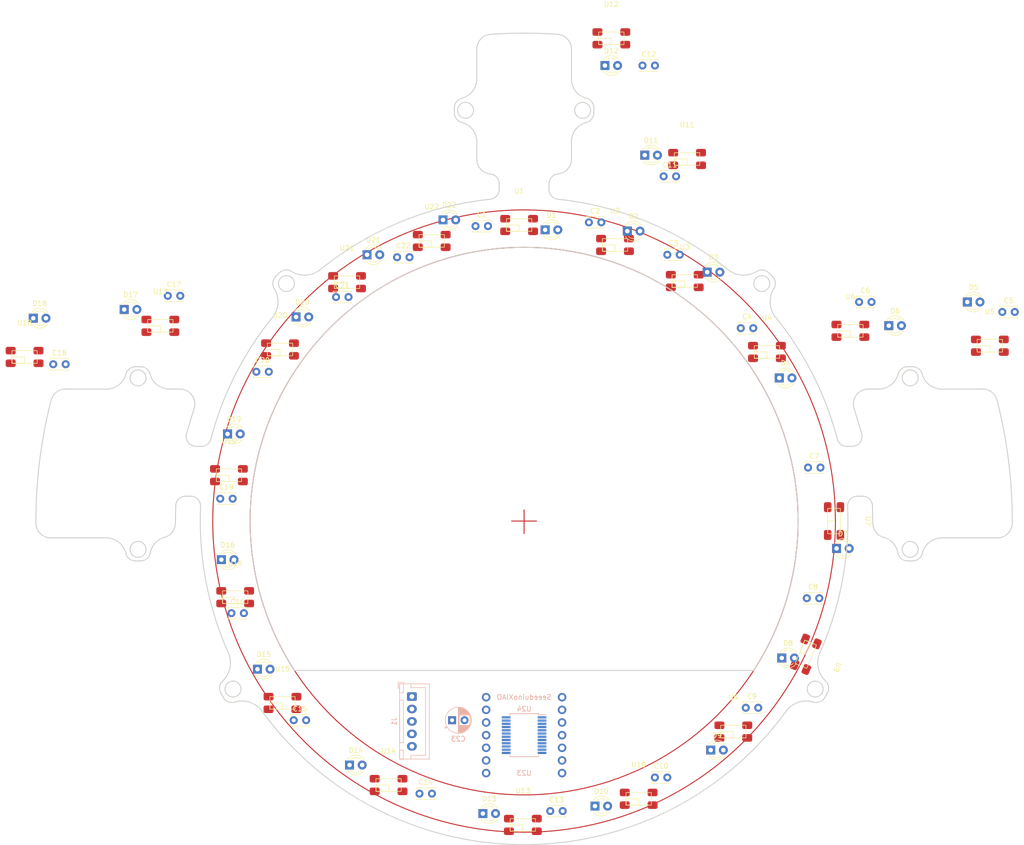
<source format=kicad_pcb>
(kicad_pcb (version 20211014) (generator pcbnew)
  (layers (0 "F.Cu" signal) (31 "B.Cu" signal) (34 "B.Paste" user) (35 "F.Paste" user) (36 "B.SilkS" user "B.Silkscreen") (37 "F.SilkS" user "F.Silkscreen") (38 "B.Mask" user) (39 "F.Mask" user) (44 "Edge.Cuts" user))
  (net 0 "")
  (net 1 "+3V3")
  (net 2 "GND")
  (net 3 "RTrim")
  (net 4 "Net-(D1-Pad1)")
  (net 5 "Net-(D2-Pad1)")
  (net 6 "Net-(D3-Pad1)")
  (net 7 "Net-(D4-Pad1)")
  (net 8 "Net-(D5-Pad1)")
  (net 9 "Net-(D6-Pad1)")
  (net 10 "Net-(D7-Pad1)")
  (net 11 "Net-(D8-Pad1)")
  (net 12 "Net-(D9-Pad1)")
  (net 13 "Net-(D10-Pad1)")
  (net 14 "Net-(D11-Pad1)")
  (net 15 "Net-(D12-Pad1)")
  (net 16 "Net-(D13-Pad1)")
  (net 17 "Net-(D14-Pad1)")
  (net 18 "Net-(D15-Pad1)")
  (net 19 "Net-(D16-Pad1)")
  (net 20 "Net-(D17-Pad1)")
  (net 21 "Net-(D18-Pad1)")
  (net 22 "Net-(D19-Pad1)")
  (net 23 "Net-(D20-Pad1)")
  (net 24 "Net-(D21-Pad1)")
  (net 25 "Net-(D22-Pad1)")
  (net 26 "+5V")
  (net 27 "line_RX")
  (net 28 "line_TX")
  (net 29 "D0")
  (net 30 "D1")
  (net 31 "D2")
  (net 32 "D3")
  (net 33 "Sensor_Left")
  (net 34 "D4")
  (net 35 "D5")
  (net 36 "D6")
  (net 37 "D7")
  (net 38 "Sensor_Back")
  (net 39 "D8")
  (net 40 "D9")
  (net 41 "D10")
  (net 42 "D11")
  (net 43 "Sensor_Right")
  (net 44 "D12")
  (net 45 "D13")
  (net 46 "D14")
  (net 47 "D15")
  (net 48 "Data")
  (net 49 "S0")
  (net 50 "S1")
  (net 51 "S2")
  (net 52 "S3")
  (net 53 "E")
  (footprint "Line_Sensor:Line_Sensor_SMD" (layer "F.Cu") (at 148 174.434)
    (fp_text reference "U10" (at 0 -0.5 unlocked) (layer "F.SilkS"))
    (fp_text value "Line_sennsor")
    (pad "1" smd roundrect (at 2.794 7.62) (size 2 1.524) (layers "F.Cu" "F.Paste" "F.Mask") (net 13 "Net-(D10-Pad1)"))
    (pad "2" smd roundrect (at 2.794 5.08) (size 2 1.524) (layers "F.Cu" "F.Paste" "F.Mask") (net 1 "+3V3"))
    (pad "3" smd roundrect (at -2.794 5.08) (size 2 1.524) (layers "F.Cu" "F.Paste" "F.Mask") (net 37 "D7"))
    (pad "4" smd roundrect (at -2.794 7.62) (size 2 1.524) (layers "F.Cu" "F.Paste" "F.Mask") (net 2 "GND"))
  )
  (footprint "Capacitor_THT:C_Disc_D3.4mm_W2.1mm_P2.50mm" (layer "F.Cu") (at 153.75 71.5)
    (fp_text reference "C3" (at 1.25 -2.3) (layer "F.SilkS"))
    (fp_text value "C_Small")
    (pad "1" thru_hole circle (at 0 0) (size 1.6 1.6) (drill 0.8) (layers *.Cu *.Mask) (net 1 "+3V3"))
    (pad "2" thru_hole circle (at 2.5 0) (size 1.6 1.6) (drill 0.8) (layers *.Cu *.Mask) (net 2 "GND"))
  )
  (footprint "Capacitor_THT:C_Disc_D3.4mm_W2.1mm_P2.50mm" (layer "F.Cu") (at 168.5 86.25)
    (fp_text reference "C4" (at 1.25 -2.3) (layer "F.SilkS"))
    (fp_text value "C_Small")
    (pad "1" thru_hole circle (at 0 0) (size 1.6 1.6) (drill 0.8) (layers *.Cu *.Mask) (net 1 "+3V3"))
    (pad "2" thru_hole circle (at 2.5 0) (size 1.6 1.6) (drill 0.8) (layers *.Cu *.Mask) (net 2 "GND"))
  )
  (footprint "Capacitor_THT:C_Disc_D3.4mm_W2.1mm_P2.50mm" (layer "F.Cu") (at 53.475 79.75)
    (fp_text reference "C17" (at 1.25 -2.3) (layer "F.SilkS"))
    (fp_text value "C_Small")
    (pad "1" thru_hole circle (at 0 0) (size 1.6 1.6) (drill 0.8) (layers *.Cu *.Mask) (net 1 "+3V3"))
    (pad "2" thru_hole circle (at 2.5 0) (size 1.6 1.6) (drill 0.8) (layers *.Cu *.Mask) (net 2 "GND"))
  )
  (footprint "Capacitor_THT:C_Disc_D3.4mm_W2.1mm_P2.50mm" (layer "F.Cu") (at 87.25 80)
    (fp_text reference "C21" (at 1.25 -2.3) (layer "F.SilkS"))
    (fp_text value "C_Small")
    (pad "1" thru_hole circle (at 0 0) (size 1.6 1.6) (drill 0.8) (layers *.Cu *.Mask) (net 1 "+3V3"))
    (pad "2" thru_hole circle (at 2.5 0) (size 1.6 1.6) (drill 0.8) (layers *.Cu *.Mask) (net 2 "GND"))
  )
  (footprint "Capacitor_THT:C_Disc_D3.4mm_W2.1mm_P2.50mm" (layer "F.Cu") (at 30.475 93.5)
    (fp_text reference "C18" (at 1.25 -2.3) (layer "F.SilkS"))
    (fp_text value "C_Small")
    (pad "1" thru_hole circle (at 0 0) (size 1.6 1.6) (drill 0.8) (layers *.Cu *.Mask) (net 1 "+3V3"))
    (pad "2" thru_hole circle (at 2.5 0) (size 1.6 1.6) (drill 0.8) (layers *.Cu *.Mask) (net 2 "GND"))
  )
  (footprint "Capacitor_THT:C_Disc_D3.4mm_W2.1mm_P2.50mm" (layer "F.Cu") (at 151.25 176.5)
    (fp_text reference "C10" (at 1.25 -2.3) (layer "F.SilkS"))
    (fp_text value "C_Small")
    (pad "1" thru_hole circle (at 0 0) (size 1.6 1.6) (drill 0.8) (layers *.Cu *.Mask) (net 1 "+3V3"))
    (pad "2" thru_hole circle (at 2.5 0) (size 1.6 1.6) (drill 0.8) (layers *.Cu *.Mask) (net 2 "GND"))
  )
  (footprint "Capacitor_THT:C_Disc_D3.4mm_W2.1mm_P2.50mm" (layer "F.Cu") (at 181.75 140.5)
    (fp_text reference "C8" (at 1.25 -2.3) (layer "F.SilkS"))
    (fp_text value "C_Small")
    (pad "1" thru_hole circle (at 0 0) (size 1.6 1.6) (drill 0.8) (layers *.Cu *.Mask) (net 1 "+3V3"))
    (pad "2" thru_hole circle (at 2.5 0) (size 1.6 1.6) (drill 0.8) (layers *.Cu *.Mask) (net 2 "GND"))
  )
  (footprint "Capacitor_THT:C_Disc_D3.4mm_W2.1mm_P2.50mm" (layer "F.Cu") (at 99.5 72)
    (fp_text reference "C22" (at 1.25 -2.3) (layer "F.SilkS"))
    (fp_text value "C_Small")
    (pad "1" thru_hole circle (at 0 0) (size 1.6 1.6) (drill 0.8) (layers *.Cu *.Mask) (net 1 "+3V3"))
    (pad "2" thru_hole circle (at 2.5 0) (size 1.6 1.6) (drill 0.8) (layers *.Cu *.Mask) (net 2 "GND"))
  )
  (footprint "Line_Sensor:Line_Sensor_SMD" (layer "F.Cu") (at 76 84.184)
    (fp_text reference "U20" (at 0 -0.5 unlocked) (layer "F.SilkS"))
    (fp_text value "Line_sennsor")
    (pad "1" smd roundrect (at 2.794 7.62) (size 2 1.524) (layers "F.Cu" "F.Paste" "F.Mask") (net 23 "Net-(D20-Pad1)"))
    (pad "2" smd roundrect (at 2.794 5.08) (size 2 1.524) (layers "F.Cu" "F.Paste" "F.Mask") (net 1 "+3V3"))
    (pad "3" smd roundrect (at -2.794 5.08) (size 2 1.524) (layers "F.Cu" "F.Paste" "F.Mask") (net 45 "D13"))
    (pad "4" smd roundrect (at -2.794 7.62) (size 2 1.524) (layers "F.Cu" "F.Paste" "F.Mask") (net 2 "GND"))
  )
  (footprint "Capacitor_THT:C_Disc_D3.4mm_W2.1mm_P2.50mm" (layer "F.Cu") (at 182 114.25)
    (fp_text reference "C7" (at 1.25 -2.3) (layer "F.SilkS"))
    (fp_text value "C_Small")
    (pad "1" thru_hole circle (at 0 0) (size 1.6 1.6) (drill 0.8) (layers *.Cu *.Mask) (net 1 "+3V3"))
    (pad "2" thru_hole circle (at 2.5 0) (size 1.6 1.6) (drill 0.8) (layers *.Cu *.Mask) (net 2 "GND"))
  )
  (footprint "Line_Sensor:Line_Sensor_SMD" (layer "F.Cu") (at 157.721 45.92)
    (fp_text reference "U11" (at 0 -0.5 unlocked) (layer "F.SilkS"))
    (fp_text value "Line_sennsor")
    (pad "1" smd roundrect (at 2.794 7.62) (size 2 1.524) (layers "F.Cu" "F.Paste" "F.Mask") (net 14 "Net-(D11-Pad1)"))
    (pad "2" smd roundrect (at 2.794 5.08) (size 2 1.524) (layers "F.Cu" "F.Paste" "F.Mask") (net 1 "+3V3"))
    (pad "3" smd roundrect (at -2.794 5.08) (size 2 1.524) (layers "F.Cu" "F.Paste" "F.Mask") (net 38 "Sensor_Back"))
    (pad "4" smd roundrect (at -2.794 7.62) (size 2 1.524) (layers "F.Cu" "F.Paste" "F.Mask") (net 2 "GND"))
  )
  (footprint "Line_Sensor:Line_Sensor_SMD" (layer "F.Cu") (at 190.5 80.434)
    (fp_text reference "U6" (at 0 -0.5 unlocked) (layer "F.SilkS"))
    (fp_text value "Line_sennsor")
    (pad "1" smd roundrect (at 2.794 7.62) (size 2 1.524) (layers "F.Cu" "F.Paste" "F.Mask") (net 9 "Net-(D6-Pad1)"))
    (pad "2" smd roundrect (at 2.794 5.08) (size 2 1.524) (layers "F.Cu" "F.Paste" "F.Mask") (net 1 "+3V3"))
    (pad "3" smd roundrect (at -2.794 5.08) (size 2 1.524) (layers "F.Cu" "F.Paste" "F.Mask") (net 33 "Sensor_Left"))
    (pad "4" smd roundrect (at -2.794 7.62) (size 2 1.524) (layers "F.Cu" "F.Paste" "F.Mask") (net 2 "GND"))
  )
  (footprint "Capacitor_THT:C_Disc_D3.4mm_W2.1mm_P2.50mm" (layer "F.Cu") (at 221 83)
    (fp_text reference "C5" (at 1.25 -2.3) (layer "F.SilkS"))
    (fp_text value "C_Small")
    (pad "1" thru_hole circle (at 0 0) (size 1.6 1.6) (drill 0.8) (layers *.Cu *.Mask) (net 1 "+3V3"))
    (pad "2" thru_hole circle (at 2.5 0) (size 1.6 1.6) (drill 0.8) (layers *.Cu *.Mask) (net 2 "GND"))
  )
  (footprint "Line_Sensor:Line_Sensor_SMD" (layer "F.Cu") (at 106.456 62.38)
    (fp_text reference "U22" (at 0 -0.5 unlocked) (layer "F.SilkS"))
    (fp_text value "Line_sennsor")
    (pad "1" smd roundrect (at 2.794 7.62) (size 2 1.524) (layers "F.Cu" "F.Paste" "F.Mask") (net 25 "Net-(D22-Pad1)"))
    (pad "2" smd roundrect (at 2.794 5.08) (size 2 1.524) (layers "F.Cu" "F.Paste" "F.Mask") (net 1 "+3V3"))
    (pad "3" smd roundrect (at -2.794 5.08) (size 2 1.524) (layers "F.Cu" "F.Paste" "F.Mask") (net 47 "D15"))
    (pad "4" smd roundrect (at -2.794 7.62) (size 2 1.524) (layers "F.Cu" "F.Paste" "F.Mask") (net 2 "GND"))
  )
  (footprint "LED_THT:LED_D3.0mm" (layer "F.Cu") (at 65.475 107.5)
    (fp_text reference "D19" (at 1.27 -2.96) (layer "F.SilkS"))
    (fp_text value "LED")
    (pad "1" thru_hole rect (at 0 0) (size 1.8 1.8) (drill 0.9) (layers *.Cu *.Mask) (net 22 "Net-(D19-Pad1)"))
    (pad "2" thru_hole circle (at 2.54 0) (size 1.8 1.8) (drill 0.9) (layers *.Cu *.Mask) (net 3 "RTrim"))
  )
  (footprint "LED_THT:LED_D3.0mm" (layer "F.Cu") (at 161.75 75)
    (fp_text reference "D3" (at 1.27 -2.96) (layer "F.SilkS"))
    (fp_text value "LED")
    (pad "1" thru_hole rect (at 0 0) (size 1.8 1.8) (drill 0.9) (layers *.Cu *.Mask) (net 6 "Net-(D3-Pad1)"))
    (pad "2" thru_hole circle (at 2.54 0) (size 1.8 1.8) (drill 0.9) (layers *.Cu *.Mask) (net 3 "RTrim"))
  )
  (footprint "Line_Sensor:Line_Sensor_SMD" (layer "F.Cu") (at 65.75 109.434)
    (fp_text reference "U19" (at 0 -0.5 unlocked) (layer "F.SilkS"))
    (fp_text value "Line_sennsor")
    (pad "1" smd roundrect (at 2.794 7.62) (size 2 1.524) (layers "F.Cu" "F.Paste" "F.Mask") (net 22 "Net-(D19-Pad1)"))
    (pad "2" smd roundrect (at 2.794 5.08) (size 2 1.524) (layers "F.Cu" "F.Paste" "F.Mask") (net 1 "+3V3"))
    (pad "3" smd roundrect (at -2.794 5.08) (size 2 1.524) (layers "F.Cu" "F.Paste" "F.Mask") (net 44 "D12"))
    (pad "4" smd roundrect (at -2.794 7.62) (size 2 1.524) (layers "F.Cu" "F.Paste" "F.Mask") (net 2 "GND"))
  )
  (footprint "LED_THT:LED_D3.0mm" (layer "F.Cu") (at 26.475 84.25)
    (fp_text reference "D18" (at 1.27 -2.96) (layer "F.SilkS"))
    (fp_text value "LED")
    (pad "1" thru_hole rect (at 0 0) (size 1.8 1.8) (drill 0.9) (layers *.Cu *.Mask) (net 21 "Net-(D18-Pad1)"))
    (pad "2" thru_hole circle (at 2.54 0) (size 1.8 1.8) (drill 0.9) (layers *.Cu *.Mask) (net 3 "RTrim"))
  )
  (footprint "Line_Sensor:Line_Sensor_SMD" (layer "F.Cu") (at 157.25 70.434)
    (fp_text reference "U3" (at 0 -0.5 unlocked) (layer "F.SilkS"))
    (fp_text value "Line_sennsor")
    (pad "1" smd roundrect (at 2.794 7.62) (size 2 1.524) (layers "F.Cu" "F.Paste" "F.Mask") (net 6 "Net-(D3-Pad1)"))
    (pad "2" smd roundrect (at 2.794 5.08) (size 2 1.524) (layers "F.Cu" "F.Paste" "F.Mask") (net 1 "+3V3"))
    (pad "3" smd roundrect (at -2.794 5.08) (size 2 1.524) (layers "F.Cu" "F.Paste" "F.Mask") (net 31 "D2"))
    (pad "4" smd roundrect (at -2.794 7.62) (size 2 1.524) (layers "F.Cu" "F.Paste" "F.Mask") (net 2 "GND"))
  )
  (footprint "LED_THT:LED_D3.0mm" (layer "F.Cu") (at 198.21 85.75)
    (fp_text reference "D6" (at 1.27 -2.96) (layer "F.SilkS"))
    (fp_text value "LED")
    (pad "1" thru_hole rect (at 0 0) (size 1.8 1.8) (drill 0.9) (layers *.Cu *.Mask) (net 9 "Net-(D6-Pad1)"))
    (pad "2" thru_hole circle (at 2.54 0) (size 1.8 1.8) (drill 0.9) (layers *.Cu *.Mask) (net 3 "RTrim"))
  )
  (footprint "Line_Sensor:Line_Sensor_SMD" (layer "F.Cu") (at 142.515 21.684)
    (fp_text reference "U12" (at 0 -0.5 unlocked) (layer "F.SilkS"))
    (fp_text value "Line_sennsor")
    (pad "1" smd roundrect (at 2.794 7.62) (size 2 1.524) (layers "F.Cu" "F.Paste" "F.Mask") (net 15 "Net-(D12-Pad1)"))
    (pad "2" smd roundrect (at 2.794 5.08) (size 2 1.524) (layers "F.Cu" "F.Paste" "F.Mask") (net 1 "+3V3"))
    (pad "3" smd roundrect (at -2.794 5.08) (size 2 1.524) (layers "F.Cu" "F.Paste" "F.Mask") (net 38 "Sensor_Back"))
    (pad "4" smd roundrect (at -2.794 7.62) (size 2 1.524) (layers "F.Cu" "F.Paste" "F.Mask") (net 2 "GND"))
  )
  (footprint "LED_THT:LED_D3.0mm" (layer "F.Cu") (at 93.475 71.5)
    (fp_text reference "D21" (at 1.27 -2.96) (layer "F.SilkS"))
    (fp_text value "LED")
    (pad "1" thru_hole rect (at 0 0) (size 1.8 1.8) (drill 0.9) (layers *.Cu *.Mask) (net 24 "Net-(D21-Pad1)"))
    (pad "2" thru_hole circle (at 2.54 0) (size 1.8 1.8) (drill 0.9) (layers *.Cu *.Mask) (net 3 "RTrim"))
  )
  (footprint "Capacitor_THT:C_Disc_D3.4mm_W2.1mm_P2.50mm" (layer "F.Cu") (at 169.5 162.5)
    (fp_text reference "C9" (at 1.25 -2.3) (layer "F.SilkS"))
    (fp_text value "C_Small")
    (pad "1" thru_hole circle (at 0 0) (size 1.6 1.6) (drill 0.8) (layers *.Cu *.Mask) (net 1 "+3V3"))
    (pad "2" thru_hole circle (at 2.5 0) (size 1.6 1.6) (drill 0.8) (layers *.Cu *.Mask) (net 2 "GND"))
  )
  (footprint "Capacitor_THT:C_Disc_D3.4mm_W2.1mm_P2.50mm" (layer "F.Cu") (at 115.25 65.75)
    (fp_text reference "C1" (at 1.25 -2.3) (layer "F.SilkS"))
    (fp_text value "C_Small")
    (pad "1" thru_hole circle (at 0 0) (size 1.6 1.6) (drill 0.8) (layers *.Cu *.Mask) (net 1 "+3V3"))
    (pad "2" thru_hole circle (at 2.5 0) (size 1.6 1.6) (drill 0.8) (layers *.Cu *.Mask) (net 2 "GND"))
  )
  (footprint "LED_THT:LED_D3.0mm" (layer "F.Cu") (at 71.475 154.75)
    (fp_text reference "D15" (at 1.27 -2.96) (layer "F.SilkS"))
    (fp_text value "LED")
    (pad "1" thru_hole rect (at 0 0) (size 1.8 1.8) (drill 0.9) (layers *.Cu *.Mask) (net 18 "Net-(D15-Pad1)"))
    (pad "2" thru_hole circle (at 2.54 0) (size 1.8 1.8) (drill 0.9) (layers *.Cu *.Mask) (net 3 "RTrim"))
  )
  (footprint "Capacitor_THT:C_Disc_D3.4mm_W2.1mm_P2.50mm" (layer "F.Cu") (at 153.015 55.75)
    (fp_text reference "C11" (at 1.25 -2.3) (layer "F.SilkS"))
    (fp_text value "C_Small")
    (pad "1" thru_hole circle (at 0 0) (size 1.6 1.6) (drill 0.8) (layers *.Cu *.Mask) (net 1 "+3V3"))
    (pad "2" thru_hole circle (at 2.5 0) (size 1.6 1.6) (drill 0.8) (layers *.Cu *.Mask) (net 2 "GND"))
  )
  (footprint "Capacitor_THT:C_Disc_D3.4mm_W2.1mm_P2.50mm" (layer "F.Cu") (at 66.25 143.5)
    (fp_text reference "C16" (at 1.25 -2.3) (layer "F.SilkS"))
    (fp_text value "C_Small")
    (pad "1" thru_hole circle (at 0 0) (size 1.6 1.6) (drill 0.8) (layers *.Cu *.Mask) (net 1 "+3V3"))
    (pad "2" thru_hole circle (at 2.5 0) (size 1.6 1.6) (drill 0.8) (layers *.Cu *.Mask) (net 2 "GND"))
  )
  (footprint "LED_THT:LED_D3.0mm" (layer "F.Cu") (at 162.46 171)
    (fp_text reference "D9" (at 1.27 -2.96) (layer "F.SilkS"))
    (fp_text value "LED")
    (pad "1" thru_hole rect (at 0 0) (size 1.8 1.8) (drill 0.9) (layers *.Cu *.Mask) (net 12 "Net-(D9-Pad1)"))
    (pad "2" thru_hole circle (at 2.54 0) (size 1.8 1.8) (drill 0.9) (layers *.Cu *.Mask) (net 3 "RTrim"))
  )
  (footprint "Line_Sensor:Line_Sensor_SMD" (layer "F.Cu") (at 167 160.934)
    (fp_text reference "U9" (at 0 -0.5 unlocked) (layer "F.SilkS"))
    (fp_text value "Line_sennsor")
    (pad "1" smd roundrect (at 2.794 7.62) (size 2 1.524) (layers "F.Cu" "F.Paste" "F.Mask") (net 12 "Net-(D9-Pad1)"))
    (pad "2" smd roundrect (at 2.794 5.08) (size 2 1.524) (layers "F.Cu" "F.Paste" "F.Mask") (net 1 "+3V3"))
    (pad "3" smd roundrect (at -2.794 5.08) (size 2 1.524) (layers "F.Cu" "F.Paste" "F.Mask") (net 36 "D6"))
    (pad "4" smd roundrect (at -2.794 7.62) (size 2 1.524) (layers "F.Cu" "F.Paste" "F.Mask") (net 2 "GND"))
  )
  (footprint "LED_THT:LED_D3.0mm" (layer "F.Cu") (at 89.96 174)
    (fp_text reference "D14" (at 1.27 -2.96) (layer "F.SilkS"))
    (fp_text value "LED")
    (pad "1" thru_hole rect (at 0 0) (size 1.8 1.8) (drill 0.9) (layers *.Cu *.Mask) (net 17 "Net-(D14-Pad1)"))
    (pad "2" thru_hole circle (at 2.54 0) (size 1.8 1.8) (drill 0.9) (layers *.Cu *.Mask) (net 3 "RTrim"))
  )
  (footprint "LED_THT:LED_D3.0mm" (layer "F.Cu") (at 108.725 64.5)
    (fp_text reference "D22" (at 1.27 -2.96) (layer "F.SilkS"))
    (fp_text value "LED")
    (pad "1" thru_hole rect (at 0 0) (size 1.8 1.8) (drill 0.9) (layers *.Cu *.Mask) (net 25 "Net-(D22-Pad1)"))
    (pad "2" thru_hole circle (at 2.54 0) (size 1.8 1.8) (drill 0.9) (layers *.Cu *.Mask) (net 3 "RTrim"))
  )
  (footprint "Line_Sensor:Line_Sensor_SMD" (layer "F.Cu") (at 89.456 70.67)
    (fp_text reference "U21" (at 0 -0.5 unlocked) (layer "F.SilkS"))
    (fp_text value "Line_sennsor")
    (pad "1" smd roundrect (at 2.794 7.62) (size 2 1.524) (layers "F.Cu" "F.Paste" "F.Mask") (net 24 "Net-(D21-Pad1)"))
    (pad "2" smd roundrect (at 2.794 5.08) (size 2 1.524) (layers "F.Cu" "F.Paste" "F.Mask") (net 1 "+3V3"))
    (pad "3" smd roundrect (at -2.794 5.08) (size 2 1.524) (layers "F.Cu" "F.Paste" "F.Mask") (net 46 "D14"))
    (pad "4" smd roundrect (at -2.794 7.62) (size 2 1.524) (layers "F.Cu" "F.Paste" "F.Mask") (net 2 "GND"))
  )
  (footprint "Line_Sensor:Line_Sensor_SMD" (layer "F.Cu") (at 51.975 79.434)
    (fp_text reference "U17" (at 0 -0.5 unlocked) (layer "F.SilkS"))
    (fp_text value "Line_sennsor")
    (pad "1" smd roundrect (at 2.794 7.62) (size 2 1.524) (layers "F.Cu" "F.Paste" "F.Mask") (net 20 "Net-(D17-Pad1)"))
    (pad "2" smd roundrect (at 2.794 5.08) (size 2 1.524) (layers "F.Cu" "F.Paste" "F.Mask") (net 1 "+3V3"))
    (pad "3" smd roundrect (at -2.794 5.08) (size 2 1.524) (layers "F.Cu" "F.Paste" "F.Mask") (net 43 "Sensor_Right"))
    (pad "4" smd roundrect (at -2.794 7.62) (size 2 1.524) (layers "F.Cu" "F.Paste" "F.Mask") (net 2 "GND"))
  )
  (footprint "Line_Sensor:Line_Sensor_SMD" (layer "F.Cu") (at 124.75 179.684)
    (fp_text reference "U13" (at 0 -0.5 unlocked) (layer "F.SilkS"))
    (fp_text value "Line_sennsor")
    (pad "1" smd roundrect (at 2.794 7.62) (size 2 1.524) (layers "F.Cu" "F.Paste" "F.Mask") (net 16 "Net-(D13-Pad1)"))
    (pad "2" smd roundrect (at 2.794 5.08) (size 2 1.524) (layers "F.Cu" "F.Paste" "F.Mask") (net 1 "+3V3"))
    (pad "3" smd roundrect (at -2.794 5.08) (size 2 1.524) (layers "F.Cu" "F.Paste" "F.Mask") (net 39 "D8"))
    (pad "4" smd roundrect (at -2.794 7.62) (size 2 1.524) (layers "F.Cu" "F.Paste" "F.Mask") (net 2 "GND"))
  )
  (footprint "Capacitor_THT:C_Disc_D3.4mm_W2.1mm_P2.50mm" (layer "F.Cu") (at 104 179.75)
    (fp_text reference "C14" (at 1.25 -2.3) (layer "F.SilkS"))
    (fp_text value "C_Small")
    (pad "1" thru_hole circle (at 0 0) (size 1.6 1.6) (drill 0.8) (layers *.Cu *.Mask) (net 1 "+3V3"))
    (pad "2" thru_hole circle (at 2.5 0) (size 1.6 1.6) (drill 0.8) (layers *.Cu *.Mask) (net 2 "GND"))
  )
  (footprint "Line_Sensor:Line_Sensor_SMD" (layer "F.Cu") (at 218.5 83.434)
    (fp_text reference "U5" (at 0 -0.5 unlocked) (layer "F.SilkS"))
    (fp_text value "Line_sennsor")
    (pad "1" smd roundrect (at 2.794 7.62) (size 2 1.524) (layers "F.Cu" "F.Paste" "F.Mask") (net 8 "Net-(D5-Pad1)"))
    (pad "2" smd roundrect (at 2.794 5.08) (size 2 1.524) (layers "F.Cu" "F.Paste" "F.Mask") (net 1 "+3V3"))
    (pad "3" smd roundrect (at -2.794 5.08) (size 2 1.524) (layers "F.Cu" "F.Paste" "F.Mask") (net 33 "Sensor_Left"))
    (pad "4" smd roundrect (at -2.794 7.62) (size 2 1.524) (layers "F.Cu" "F.Paste" "F.Mask") (net 2 "GND"))
  )
  (footprint "LED_THT:LED_D3.0mm" (layer "F.Cu") (at 64.225 132.75)
    (fp_text reference "D16" (at 1.27 -2.96) (layer "F.SilkS"))
    (fp_text value "LED")
    (pad "1" thru_hole rect (at 0 0) (size 1.8 1.8) (drill 0.9) (layers *.Cu *.Mask) (net 19 "Net-(D16-Pad1)"))
    (pad "2" thru_hole circle (at 2.54 0) (size 1.8 1.8) (drill 0.9) (layers *.Cu *.Mask) (net 3 "RTrim"))
  )
  (footprint "LED_THT:LED_D3.0mm" (layer "F.Cu") (at 129.225 66.5)
    (fp_text reference "D1" (at 1.27 -2.96) (layer "F.SilkS"))
    (fp_text value "LED")
    (pad "1" thru_hole rect (at 0 0) (size 1.8 1.8) (drill 0.9) (layers *.Cu *.Mask) (net 4 "Net-(D1-Pad1)"))
    (pad "2" thru_hole circle (at 2.54 0) (size 1.8 1.8) (drill 0.9) (layers *.Cu *.Mask) (net 3 "RTrim"))
  )
  (footprint "LED_THT:LED_D3.0mm" (layer "F.Cu") (at 145.725 66.75)
    (fp_text reference "D2" (at 1.27 -2.96) (layer "F.SilkS"))
    (fp_text value "LED")
    (pad "1" thru_hole rect (at 0 0) (size 1.8 1.8) (drill 0.9) (layers *.Cu *.Mask) (net 5 "Net-(D2-Pad1)"))
    (pad "2" thru_hole circle (at 2.54 0) (size 1.8 1.8) (drill 0.9) (layers *.Cu *.Mask) (net 3 "RTrim"))
  )
  (footprint "Line_Sensor:Line_Sensor_SMD" (layer "F.Cu") (at 24.725 85.684)
    (fp_text reference "U18" (at 0 -0.5 unlocked) (layer "F.SilkS"))
    (fp_text value "Line_sennsor")
    (pad "1" smd roundrect (at 2.794 7.62) (size 2 1.524) (layers "F.Cu" "F.Paste" "F.Mask") (net 21 "Net-(D18-Pad1)"))
    (pad "2" smd roundrect (at 2.794 5.08) (size 2 1.524) (layers "F.Cu" "F.Paste" "F.Mask") (net 1 "+3V3"))
    (pad "3" smd roundrect (at -2.794 5.08) (size 2 1.524) (layers "F.Cu" "F.Paste" "F.Mask") (net 43 "Sensor_Right"))
    (pad "4" smd roundrect (at -2.794 7.62) (size 2 1.524) (layers "F.Cu" "F.Paste" "F.Mask") (net 2 "GND"))
  )
  (footprint "LED_THT:LED_D3.0mm" (layer "F.Cu") (at 139.225 182.25)
    (fp_text reference "D10" (at 1.27 -2.96) (layer "F.SilkS"))
    (fp_text value "LED")
    (pad "1" thru_hole rect (at 0 0) (size 1.8 1.8) (drill 0.9) (layers *.Cu *.Mask) (net 13 "Net-(D10-Pad1)"))
    (pad "2" thru_hole circle (at 2.54 0) (size 1.8 1.8) (drill 0.9) (layers *.Cu *.Mask) (net 3 "RTrim"))
  )
  (footprint "Line_Sensor:Line_Sensor_SMD" (layer "F.Cu") (at 193.566 125 -90)
    (fp_text reference "U7" (at 0 -0.5 -90 unlocked) (layer "F.SilkS"))
    (fp_text value "Line_sennsor")
    (pad "1" smd roundrect (at 2.794 7.62 270) (size 2 1.524) (layers "F.Cu" "F.Paste" "F.Mask") (net 10 "Net-(D7-Pad1)"))
    (pad "2" smd roundrect (at 2.794 5.08 270) (size 2 1.524) (layers "F.Cu" "F.Paste" "F.Mask") (net 1 "+3V3"))
    (pad "3" smd roundrect (at -2.794 5.08 270) (size 2 1.524) (layers "F.Cu" "F.Paste" "F.Mask") (net 34 "D4"))
    (pad "4" smd roundrect (at -2.794 7.62 270) (size 2 1.524) (layers "F.Cu" "F.Paste" "F.Mask") (net 2 "GND"))
  )
  (footprint "Line_Sensor:Line_Sensor_SMD" (layer "F.Cu") (at 76.5 155.184)
    (fp_text reference "U15" (at 0 -0.5 unlocked) (layer "F.SilkS"))
    (fp_text value "Line_sennsor")
    (pad "1" smd roundrect (at 2.794 7.62) (size 2 1.524) (layers "F.Cu" "F.Paste" "F.Mask") (net 18 "Net-(D15-Pad1)"))
    (pad "2" smd roundrect (at 2.794 5.08) (size 2 1.524) (layers "F.Cu" "F.Paste" "F.Mask") (net 1 "+3V3"))
    (pad "3" smd roundrect (at -2.794 5.08) (size 2 1.524) (layers "F.Cu" "F.Paste" "F.Mask") (net 41 "D10"))
    (pad "4" smd roundrect (at -2.794 7.62) (size 2 1.524) (layers "F.Cu" "F.Paste" "F.Mask") (net 2 "GND"))
  )
  (footprint "LED_THT:LED_D3.0mm" (layer "F.Cu") (at 79.225 84)
    (fp_text reference "D20" (at 1.27 -2.96) (layer "F.SilkS"))
    (fp_text value "LED")
    (pad "1" thru_hole rect (at 0 0) (size 1.8 1.8) (drill 0.9) (layers *.Cu *.Mask) (net 23 "Net-(D20-Pad1)"))
    (pad "2" thru_hole circle (at 2.54 0) (size 1.8 1.8) (drill 0.9) (layers *.Cu *.Mask) (net 3 "RTrim"))
  )
  (footprint "Capacitor_THT:C_Disc_D3.4mm_W2.1mm_P2.50mm" (layer "F.Cu") (at 71.25 95)
    (fp_text reference "C20" (at 1.25 -2.3) (layer "F.SilkS"))
    (fp_text value "C_Small")
    (pad "1" thru_hole circle (at 0 0) (size 1.6 1.6) (drill 0.8) (layers *.Cu *.Mask) (net 1 "+3V3"))
    (pad "2" thru_hole circle (at 2.5 0) (size 1.6 1.6) (drill 0.8) (layers *.Cu *.Mask) (net 2 "GND"))
  )
  (footprint "Capacitor_THT:C_Disc_D3.4mm_W2.1mm_P2.50mm" (layer "F.Cu") (at 138 65)
    (fp_text reference "C2" (at 1.25 -2.3) (layer "F.SilkS"))
    (fp_text value "C_Small")
    (pad "1" thru_hole circle (at 0 0) (size 1.6 1.6) (drill 0.8) (layers *.Cu *.Mask) (net 1 "+3V3"))
    (pad "2" thru_hole circle (at 2.5 0) (size 1.6 1.6) (drill 0.8) (layers *.Cu *.Mask) (net 2 "GND"))
  )
  (footprint "LED_THT:LED_D3.0mm" (layer "F.Cu") (at 187.725 130.5)
    (fp_text reference "D7" (at 1.27 -2.96) (layer "F.SilkS"))
    (fp_text value "LED")
    (pad "1" thru_hole rect (at 0 0) (size 1.8 1.8) (drill 0.9) (layers *.Cu *.Mask) (net 10 "Net-(D7-Pad1)"))
    (pad "2" thru_hole circle (at 2.54 0) (size 1.8 1.8) (drill 0.9) (layers *.Cu *.Mask) (net 3 "RTrim"))
  )
  (footprint "Capacitor_THT:C_Disc_D3.4mm_W2.1mm_P2.50mm" (layer "F.Cu") (at 148.765 33.5)
    (fp_text reference "C12" (at 1.25 -2.3) (layer "F.SilkS"))
    (fp_text value "C_Small")
    (pad "1" thru_hole circle (at 0 0) (size 1.6 1.6) (drill 0.8) (layers *.Cu *.Mask) (net 1 "+3V3"))
    (pad "2" thru_hole circle (at 2.5 0) (size 1.6 1.6) (drill 0.8) (layers *.Cu *.Mask) (net 2 "GND"))
  )
  (footprint "Capacitor_THT:C_Disc_D3.4mm_W2.1mm_P2.50mm" (layer "F.Cu") (at 130.25 183.25)
    (fp_text reference "C13" (at 1.25 -2.3) (layer "F.SilkS"))
    (fp_text value "C_Small")
    (pad "1" thru_hole circle (at 0 0) (size 1.6 1.6) (drill 0.8) (layers *.Cu *.Mask) (net 1 "+3V3"))
    (pad "2" thru_hole circle (at 2.5 0) (size 1.6 1.6) (drill 0.8) (layers *.Cu *.Mask) (net 2 "GND"))
  )
  (footprint "Line_Sensor:Line_Sensor_SMD" (layer "F.Cu") (at 187.41453 154.18004 -112.5)
    (fp_text reference "U8" (at 0 -0.5 -112.5 unlocked) (layer "F.SilkS"))
    (fp_text value "Line_sennsor")
    (pad "1" smd roundrect (at 2.794 7.62 247.5) (size 2 1.524) (layers "F.Cu" "F.Paste" "F.Mask") (net 11 "Net-(D8-Pad1)"))
    (pad "2" smd roundrect (at 2.794 5.08 247.5) (size 2 1.524) (layers "F.Cu" "F.Paste" "F.Mask") (net 1 "+3V3"))
    (pad "3" smd roundrect (at -2.794 5.08 247.5) (size 2 1.524) (layers "F.Cu" "F.Paste" "F.Mask") (net 35 "D5"))
    (pad "4" smd roundrect (at -2.794 7.62 247.5) (size 2 1.524) (layers "F.Cu" "F.Paste" "F.Mask") (net 2 "GND"))
  )
  (footprint "LED_THT:LED_D3.0mm" (layer "F.Cu") (at 44.725 82.5)
    (fp_text reference "D17" (at 1.27 -2.96) (layer "F.SilkS"))
    (fp_text value "LED")
    (pad "1" thru_hole rect (at 0 0) (size 1.8 1.8) (drill 0.9) (layers *.Cu *.Mask) (net 20 "Net-(D17-Pad1)"))
    (pad "2" thru_hole circle (at 2.54 0) (size 1.8 1.8) (drill 0.9) (layers *.Cu *.Mask) (net 3 "RTrim"))
  )
  (footprint "Line_Sensor:Line_Sensor_SMD" (layer "F.Cu") (at 97.794 171.67)
    (fp_text reference "U14" (at 0 -0.5 unlocked) (layer "F.SilkS"))
    (fp_text value "Line_sennsor")
    (pad "1" smd roundrect (at 2.794 7.62) (size 2 1.524) (layers "F.Cu" "F.Paste" "F.Mask") (net 17 "Net-(D14-Pad1)"))
    (pad "2" smd roundrect (at 2.794 5.08) (size 2 1.524) (layers "F.Cu" "F.Paste" "F.Mask") (net 1 "+3V3"))
    (pad "3" smd roundrect (at -2.794 5.08) (size 2 1.524) (layers "F.Cu" "F.Paste" "F.Mask") (net 40 "D9"))
    (pad "4" smd roundrect (at -2.794 7.62) (size 2 1.524) (layers "F.Cu" "F.Paste" "F.Mask") (net 2 "GND"))
  )
  (footprint "LED_THT:LED_D3.0mm" (layer "F.Cu") (at 176.725 152.5)
    (fp_text reference "D8" (at 1.27 -2.96) (layer "F.SilkS"))
    (fp_text value "LED")
    (pad "1" thru_hole rect (at 0 0) (size 1.8 1.8) (drill 0.9) (layers *.Cu *.Mask) (net 11 "Net-(D8-Pad1)"))
    (pad "2" thru_hole circle (at 2.54 0) (size 1.8 1.8) (drill 0.9) (layers *.Cu *.Mask) (net 3 "RTrim"))
  )
  (footprint "LED_THT:LED_D3.0mm" (layer "F.Cu") (at 149.225 51.5)
    (fp_text reference "D11" (at 1.27 -2.96) (layer "F.SilkS"))
    (fp_text value "LED")
    (pad "1" thru_hole rect (at 0 0) (size 1.8 1.8) (drill 0.9) (layers *.Cu *.Mask) (net 14 "Net-(D11-Pad1)"))
    (pad "2" thru_hole circle (at 2.54 0) (size 1.8 1.8) (drill 0.9) (layers *.Cu *.Mask) (net 3 "RTrim"))
  )
  (footprint "LED_THT:LED_D3.0mm" (layer "F.Cu") (at 176.225 96.25)
    (fp_text reference "D4" (at 1.27 -2.96) (layer "F.SilkS"))
    (fp_text value "LED")
    (pad "1" thru_hole rect (at 0 0) (size 1.8 1.8) (drill 0.9) (layers *.Cu *.Mask) (net 7 "Net-(D4-Pad1)"))
    (pad "2" thru_hole circle (at 2.54 0) (size 1.8 1.8) (drill 0.9) (layers *.Cu *.Mask) (net 3 "RTrim"))
  )
  (footprint "Line_Sensor:Line_Sensor_SMD" (layer "F.Cu") (at 124 59.184)
    (fp_text reference "U1" (at 0 -0.5 unlocked) (layer "F.SilkS"))
    (fp_text value "Line_sennsor")
    (pad "1" smd roundrect (at 2.794 7.62) (size 2 1.524) (layers "F.Cu" "F.Paste" "F.Mask") (net 4 "Net-(D1-Pad1)"))
    (pad "2" smd roundrect (at 2.794 5.08) (size 2 1.524) (layers "F.Cu" "F.Paste" "F.Mask") (net 1 "+3V3"))
    (pad "3" smd roundrect (at -2.794 5.08) (size 2 1.524) (layers "F.Cu" "F.Paste" "F.Mask") (net 29 "D0"))
    (pad "4" smd roundrect (at -2.794 7.62) (size 2 1.524) (layers "F.Cu" "F.Paste" "F.Mask") (net 2 "GND"))
  )
  (footprint "Capacitor_THT:C_Disc_D3.4mm_W2.1mm_P2.50mm" (layer "F.Cu") (at 192.25 81)
    (fp_text reference "C6" (at 1.25 -2.3) (layer "F.SilkS"))
    (fp_text value "C_Small")
    (pad "1" thru_hole circle (at 0 0) (size 1.6 1.6) (drill 0.8) (layers *.Cu *.Mask) (net 1 "+3V3"))
    (pad "2" thru_hole circle (at 2.5 0) (size 1.6 1.6) (drill 0.8) (layers *.Cu *.Mask) (net 2 "GND"))
  )
  (footprint "Capacitor_THT:C_Disc_D3.4mm_W2.1mm_P2.50mm" (layer "F.Cu") (at 64 120.5)
    (fp_text reference "C19" (at 1.25 -2.3) (layer "F.SilkS"))
    (fp_text value "C_Small")
    (pad "1" thru_hole circle (at 0 0) (size 1.6 1.6) (drill 0.8) (layers *.Cu *.Mask) (net 1 "+3V3"))
    (pad "2" thru_hole circle (at 2.5 0) (size 1.6 1.6) (drill 0.8) (layers *.Cu *.Mask) (net 2 "GND"))
  )
  (footprint "LED_THT:LED_D3.0mm" (layer "F.Cu") (at 116.725 183.75)
    (fp_text reference "D13" (at 1.27 -2.96) (layer "F.SilkS"))
    (fp_text value "LED")
    (pad "1" thru_hole rect (at 0 0) (size 1.8 1.8) (drill 0.9) (layers *.Cu *.Mask) (net 16 "Net-(D13-Pad1)"))
    (pad "2" thru_hole circle (at 2.54 0) (size 1.8 1.8) (drill 0.9) (layers *.Cu *.Mask) (net 3 "RTrim"))
  )
  (footprint "Capacitor_THT:C_Disc_D3.4mm_W2.1mm_P2.50mm" (layer "F.Cu") (at 78.75 165)
    (fp_text reference "C15" (at 1.25 -2.3) (layer "F.SilkS"))
    (fp_text value "C_Small")
    (pad "1" thru_hole circle (at 0 0) (size 1.6 1.6) (drill 0.8) (layers *.Cu *.Mask) (net 1 "+3V3"))
    (pad "2" thru_hole circle (at 2.5 0) (size 1.6 1.6) (drill 0.8) (layers *.Cu *.Mask) (net 2 "GND"))
  )
  (footprint "Line_Sensor:Line_Sensor_SMD" (layer "F.Cu") (at 67 133.934)
    (fp_text reference "U16" (at 0 -0.5 unlocked) (layer "F.SilkS"))
    (fp_text value "Line_sennsor")
    (pad "1" smd roundrect (at 2.794 7.62) (size 2 1.524) (layers "F.Cu" "F.Paste" "F.Mask") (net 19 "Net-(D16-Pad1)"))
    (pad "2" smd roundrect (at 2.794 5.08) (size 2 1.524) (layers "F.Cu" "F.Paste" "F.Mask") (net 1 "+3V3"))
    (pad "3" smd roundrect (at -2.794 5.08) (size 2 1.524) (layers "F.Cu" "F.Paste" "F.Mask") (net 42 "D11"))
    (pad "4" smd roundrect (at -2.794 7.62) (size 2 1.524) (layers "F.Cu" "F.Paste" "F.Mask") (net 2 "GND"))
  )
  (footprint "Line_Sensor:Line_Sensor_SMD" (layer "F.Cu") (at 143.25 63.184)
    (fp_text reference "U2" (at 0 -0.5 unlocked) (layer "F.SilkS"))
    (fp_text value "Line_sennsor")
    (pad "1" smd roundrect (at 2.794 7.62) (size 2 1.524) (layers "F.Cu" "F.Paste" "F.Mask") (net 5 "Net-(D2-Pad1)"))
    (pad "2" smd roundrect (at 2.794 5.08) (size 2 1.524) (layers "F.Cu" "F.Paste" "F.Mask") (net 1 "+3V3"))
    (pad "3" smd roundrect (at -2.794 5.08) (size 2 1.524) (layers "F.Cu" "F.Paste" "F.Mask") (net 30 "D1"))
    (pad "4" smd roundrect (at -2.794 7.62) (size 2 1.524) (layers "F.Cu" "F.Paste" "F.Mask") (net 2 "GND"))
  )
  (footprint "Line_Sensor:Line_Sensor_SMD" (layer "F.Cu") (at 173.75 84.684)
    (fp_text reference "U4" (at 0 -0.5 unlocked) (layer "F.SilkS"))
    (fp_text value "Line_sennsor")
    (pad "1" smd roundrect (at 2.794 7.62) (size 2 1.524) (layers "F.Cu" "F.Paste" "F.Mask") (net 7 "Net-(D4-Pad1)"))
    (pad "2" smd roundrect (at 2.794 5.08) (size 2 1.524) (layers "F.Cu" "F.Paste" "F.Mask") (net 1 "+3V3"))
    (pad "3" smd roundrect (at -2.794 5.08) (size 2 1.524) (layers "F.Cu" "F.Paste" "F.Mask") (net 32 "D3"))
    (pad "4" smd roundrect (at -2.794 7.62) (size 2 1.524) (layers "F.Cu" "F.Paste" "F.Mask") (net 2 "GND"))
  )
  (footprint "LED_THT:LED_D3.0mm" (layer "F.Cu") (at 141.225 33.5)
    (fp_text reference "D12" (at 1.27 -2.96) (layer "F.SilkS"))
    (fp_text value "LED")
    (pad "1" thru_hole rect (at 0 0) (size 1.8 1.8) (drill 0.9) (layers *.Cu *.Mask) (net 15 "Net-(D12-Pad1)"))
    (pad "2" thru_hole circle (at 2.54 0) (size 1.8 1.8) (drill 0.9) (layers *.Cu *.Mask) (net 3 "RTrim"))
  )
  (footprint "LED_THT:LED_D3.0mm" (layer "F.Cu") (at 213.975 81)
    (fp_text reference "D5" (at 1.27 -2.96) (layer "F.SilkS"))
    (fp_text value "LED")
    (pad "1" thru_hole rect (at 0 0) (size 1.8 1.8) (drill 0.9) (layers *.Cu *.Mask) (net 8 "Net-(D5-Pad1)"))
    (pad "2" thru_hole circle (at 2.54 0) (size 1.8 1.8) (drill 0.9) (layers *.Cu *.Mask) (net 3 "RTrim"))
  )
  (footprint "Package_SO:SSOP-24_5.3x8.2mm_P0.65mm" (layer "B.Cu") (at 125 168 180)
    (fp_text reference "U24" (at 0 5.25) (layer "B.SilkS") (effects (justify mirror)))
    (fp_text value "CD74HC4067SM")
    (pad "1" smd rect (at -3.6 3.575 180) (size 1.75 0.45) (layers "B.Cu" "B.Paste" "B.Mask") (net 48 "Data"))
    (pad "2" smd rect (at -3.6 2.925 180) (size 1.75 0.45) (layers "B.Cu" "B.Paste" "B.Mask") (net 37 "D7"))
    (pad "3" smd rect (at -3.6 2.275 180) (size 1.75 0.45) (layers "B.Cu" "B.Paste" "B.Mask") (net 36 "D6"))
    (pad "4" smd rect (at -3.6 1.625 180) (size 1.75 0.45) (layers "B.Cu" "B.Paste" "B.Mask") (net 35 "D5"))
    (pad "5" smd rect (at -3.6 0.975 180) (size 1.75 0.45) (layers "B.Cu" "B.Paste" "B.Mask") (net 34 "D4"))
    (pad "6" smd rect (at -3.6 0.325 180) (size 1.75 0.45) (layers "B.Cu" "B.Paste" "B.Mask") (net 32 "D3"))
    (pad "7" smd rect (at -3.6 -0.325 180) (size 1.75 0.45) (layers "B.Cu" "B.Paste" "B.Mask") (net 31 "D2"))
    (pad "8" smd rect (at -3.6 -0.975 180) (size 1.75 0.45) (layers "B.Cu" "B.Paste" "B.Mask") (net 30 "D1"))
    (pad "9" smd rect (at -3.6 -1.625 180) (size 1.75 0.45) (layers "B.Cu" "B.Paste" "B.Mask") (net 29 "D0"))
    (pad "10" smd rect (at -3.6 -2.275 180) (size 1.75 0.45) (layers "B.Cu" "B.Paste" "B.Mask") (net 49 "S0"))
    (pad "11" smd rect (at -3.6 -2.925 180) (size 1.75 0.45) (layers "B.Cu" "B.Paste" "B.Mask") (net 50 "S1"))
    (pad "12" smd rect (at -3.6 -3.575 180) (size 1.75 0.45) (layers "B.Cu" "B.Paste" "B.Mask") (net 2 "GND"))
    (pad "13" smd rect (at 3.6 -3.575 180) (size 1.75 0.45) (layers "B.Cu" "B.Paste" "B.Mask") (net 52 "S3"))
    (pad "14" smd rect (at 3.6 -2.925 180) (size 1.75 0.45) (layers "B.Cu" "B.Paste" "B.Mask") (net 51 "S2"))
    (pad "15" smd rect (at 3.6 -2.275 180) (size 1.75 0.45) (layers "B.Cu" "B.Paste" "B.Mask") (net 53 "E"))
    (pad "16" smd rect (at 3.6 -1.625 180) (size 1.75 0.45) (layers "B.Cu" "B.Paste" "B.Mask") (net 47 "D15"))
    (pad "17" smd rect (at 3.6 -0.975 180) (size 1.75 0.45) (layers "B.Cu" "B.Paste" "B.Mask") (net 46 "D14"))
    (pad "18" smd rect (at 3.6 -0.325 180) (size 1.75 0.45) (layers "B.Cu" "B.Paste" "B.Mask") (net 45 "D13"))
    (pad "19" smd rect (at 3.6 0.325 180) (size 1.75 0.45) (layers "B.Cu" "B.Paste" "B.Mask") (net 44 "D12"))
    (pad "20" smd rect (at 3.6 0.975 180) (size 1.75 0.45) (layers "B.Cu" "B.Paste" "B.Mask") (net 42 "D11"))
    (pad "21" smd rect (at 3.6 1.625 180) (size 1.75 0.45) (layers "B.Cu" "B.Paste" "B.Mask") (net 41 "D10"))
    (pad "22" smd rect (at 3.6 2.275 180) (size 1.75 0.45) (layers "B.Cu" "B.Paste" "B.Mask") (net 40 "D9"))
    (pad "23" smd rect (at 3.6 2.925 180) (size 1.75 0.45) (layers "B.Cu" "B.Paste" "B.Mask") (net 39 "D8"))
    (pad "24" smd rect (at 3.6 3.575 180) (size 1.75 0.45) (layers "B.Cu" "B.Paste" "B.Mask") (net 1 "+3V3"))
  )
  (footprint "Seeeduino_Xiao:seeeduinoXIAO" (layer "B.Cu") (at 125 168)
    (fp_text reference "U23" (at 0 7.62) (layer "B.SilkS") (effects (justify mirror)))
    (fp_text value "SeeeduinoXIAO" (at 0 -7.62) (layer "B.SilkS") (effects (justify mirror)))
    (pad "1" thru_hole circle (at 7.62 -7.62) (size 1.7 1.7) (drill 1) (layers *.Cu *.Mask) (net 48 "Data"))
    (pad "2" thru_hole circle (at 7.62 -5.08) (size 1.7 1.7) (drill 1) (layers *.Cu *.Mask) (net 49 "S0"))
    (pad "3" thru_hole circle (at 7.62 -2.54) (size 1.7 1.7) (drill 1) (layers *.Cu *.Mask) (net 50 "S1"))
    (pad "4" thru_hole circle (at 7.62 0) (size 1.7 1.7) (drill 1) (layers *.Cu *.Mask) (net 51 "S2"))
    (pad "5" thru_hole circle (at 7.62 2.54) (size 1.7 1.7) (drill 1) (layers *.Cu *.Mask) (net 52 "S3"))
    (pad "6" thru_hole circle (at 7.62 5.08) (size 1.7 1.7) (drill 1) (layers *.Cu *.Mask) (net 53 "E"))
    (pad "7" thru_hole circle (at 7.62 7.62) (size 1.7 1.7) (drill 1) (layers *.Cu *.Mask) (net 28 "line_TX"))
    (pad "8" thru_hole circle (at -7.62 7.62) (size 1.7 1.7) (drill 1) (layers *.Cu *.Mask) (net 27 "line_RX"))
    (pad "9" thru_hole circle (at -7.62 5.08) (size 1.7 1.7) (drill 1) (layers *.Cu *.Mask) (net 33 "Sensor_Left"))
    (pad "10" thru_hole circle (at -7.62 2.54) (size 1.7 1.7) (drill 1) (layers *.Cu *.Mask) (net 43 "Sensor_Right"))
    (pad "11" thru_hole circle (at -7.62 0) (size 1.7 1.7) (drill 1) (layers *.Cu *.Mask) (net 38 "Sensor_Back"))
    (pad "12" thru_hole circle (at -7.62 -2.54) (size 1.7 1.7) (drill 1) (layers *.Cu *.Mask) (net 1 "+3V3"))
    (pad "13" thru_hole circle (at -7.62 -5.08) (size 1.7 1.7) (drill 1) (layers *.Cu *.Mask) (net 2 "GND"))
    (pad "14" thru_hole circle (at -7.62 -7.62) (size 1.7 1.7) (drill 1) (layers *.Cu *.Mask) (net 26 "+5V"))
  )
  (footprint "Connector_JST:JST_XH_B5B-XH-A_1x05_P2.50mm_Vertical" (layer "B.Cu") (at 102.475 160.25 -90)
    (fp_text reference "J1" (at 5 3.55 90) (layer "B.SilkS") (effects (justify mirror)))
    (fp_text value "Conn_01x05_Female")
    (pad "1" thru_hole roundrect (at 0 0 270) (size 1.7 1.95) (drill 0.95) (layers *.Cu *.Mask) (roundrect_rratio 0.147059) (net 26 "+5V"))
    (pad "2" thru_hole oval (at 2.5 0 270) (size 1.7 1.95) (drill 0.95) (layers *.Cu *.Mask) (net 2 "GND"))
    (pad "3" thru_hole oval (at 5 0 270) (size 1.7 1.95) (drill 0.95) (layers *.Cu *.Mask) (net 3 "RTrim"))
    (pad "4" thru_hole oval (at 7.5 0 270) (size 1.7 1.95) (drill 0.95) (layers *.Cu *.Mask) (net 27 "line_RX"))
    (pad "5" thru_hole oval (at 10 0 270) (size 1.7 1.95) (drill 0.95) (layers *.Cu *.Mask) (net 28 "line_TX"))
  )
  (footprint "Capacitor_THT:CP_Radial_D5.0mm_P2.50mm" (layer "B.Cu") (at 110.544888 165)
    (fp_text reference "C23" (at 1.25 3.75) (layer "B.SilkS") (effects (justify mirror)))
    (fp_text value "C_Small")
    (pad "1" thru_hole rect (at 0 0) (size 1.6 1.6) (drill 0.8) (layers *.Cu *.Mask) (net 3 "RTrim"))
    (pad "2" thru_hole circle (at 2.5 0) (size 1.6 1.6) (drill 0.8) (layers *.Cu *.Mask) (net 2 "GND"))
  )
  (gr_circle (center 125 125) (end 187.5 125) (layer "F.Cu") (width 0.2) (fill none))
  (gr_line (start 125 127.5) (end 125 122.75) (layer "F.Cu") (width 0.2))
  (gr_circle (center 125 125) (end 125 70) (layer "F.Cu") (width 0.2) (fill none))
  (gr_line (start 127.5 125) (end 122.5 125) (layer "F.Cu") (width 0.2))
  (gr_line (start 194.108422 98.483496) (end 196.194812 98.483496) (layer "Edge.Cuts") (width 0.2))
  (gr_arc (start 137.5 40.063507) (mid 138.581139 40.775254) (end 139 41.999999) (layer "Edge.Cuts") (width 0.2))
  (gr_line (start 41.160131 128.376933) (end 30.000748 128.376933) (layer "Edge.Cuts") (width 0.2))
  (gr_circle (center 183.435889 158.737976) (end 185.035889 158.737976) (layer "Edge.Cuts") (width 0.2) (fill none))
  (gr_line (start 46.999999 94) (end 47.999999 94) (layer "Edge.Cuts") (width 0.2))
  (gr_arc (start 84.089557 74.489252) (mid 100.124367 64.948331) (end 118.208955 60.355729) (layer "Edge.Cuts") (width 0.2))
  (gr_line (start 194.999067 125.361443) (end 194.931844 121.911765) (layer "Edge.Cuts") (width 0.2))
  (gr_arc (start 177.589597 163.201234) (mid 180.03342 161.40322) (end 183.066934 161.349235) (layer "Edge.Cuts") (width 0.2))
  (gr_arc (start 74.860507 78.319523) (mid 75.593492 81.263645) (end 74.489252 84.089557) (layer "Edge.Cuts") (width 0.2))
  (gr_line (start 53.805188 98.483496) (end 55.891578 98.483496) (layer "Edge.Cuts") (width 0.2))
  (gr_arc (start 185.371778 160.433013) (mid 184.378533 161.29156) (end 183.066934 161.349235) (layer "Edge.Cuts") (width 0.2))
  (gr_arc (start 65.621962 151.44331) (mid 65.957177 154.45873) (end 64.487172 157.112823) (layer "Edge.Cuts") (width 0.2))
  (gr_arc (start 204.946624 131.458978) (mid 204.24138 132.568114) (end 203.000001 133) (layer "Edge.Cuts") (width 0.2))
  (gr_arc (start 45.064936 95.494498) (mid 43.639804 97.649251) (end 41.19481 98.483496) (layer "Edge.Cuts") (width 0.2))
  (gr_circle (center 47.499999 130.688467) (end 49.099999 130.688467) (layer "Edge.Cuts") (width 0.2) (fill none))
  (gr_line (start 185.871778 159.566987) (end 185.371778 160.433013) (layer "Edge.Cuts") (width 0.2))
  (gr_arc (start 120 58.366675) (mid 119.486255 59.704974) (end 118.208955 60.355729) (layer "Edge.Cuts") (width 0.2))
  (gr_arc (start 55.891578 98.483496) (mid 58.330768 99.73697) (end 58.73165 102.449927) (layer "Edge.Cuts") (width 0.2))
  (gr_arc (start 30.050042 100.740869) (mid 31.116548 99.11412) (end 32.956673 98.483496) (layer "Edge.Cuts") (width 0.2))
  (gr_arc (start 45.064936 95.494498) (mid 45.777502 94.417122) (end 46.999999 94) (layer "Edge.Cuts") (width 0.2))
  (gr_arc (start 41.160131 128.376933) (mid 43.642889 129.240708) (end 45.053376 131.458978) (layer "Edge.Cuts") (width 0.2))
  (gr_arc (start 200.064938 95.494498) (mid 200.777504 94.417122) (end 202.000001 94) (layer "Edge.Cuts") (width 0.2))
  (gr_circle (center 77.287296 77.287296) (end 78.887296 77.287296) (layer "Edge.Cuts") (width 0.2) (fill none))
  (gr_line (start 203.000001 133) (end 202.000001 133) (layer "Edge.Cuts") (width 0.2))
  (gr_arc (start 30.000748 128.376933) (mid 27.88364 127.502458) (end 27.000771 125.388836) (layer "Edge.Cuts") (width 0.2))
  (gr_arc (start 204.946624 131.458978) (mid 206.3571 129.240679) (end 208.839869 128.376933) (layer "Edge.Cuts") (width 0.2))
  (gr_line (start 75.148972 75.856079) (end 75.856079 75.148972) (layer "Edge.Cuts") (width 0.2))
  (gr_arc (start 189.807407 110) (mid 188.585709 109.5835) (end 187.872858 108.507463) (layer "Edge.Cuts") (width 0.2))
  (gr_line (start 208.80519 98.483496) (end 217.043327 98.483496) (layer "Edge.Cuts") (width 0.2))
  (gr_arc (start 137.5 40.063507) (mid 135.337721 38.640014) (end 134.5 36.190524) (layer "Edge.Cuts") (width 0.2))
  (gr_line (start 139 41.999999) (end 139 42.999999) (layer "Edge.Cuts") (width 0.2))
  (gr_line (start 115.5 52.289959) (end 115.5 48.809474) (layer "Edge.Cuts") (width 0.2))
  (gr_arc (start 174.851028 75.856079) (mid 175.423242 77.037686) (end 175.139493 78.319523) (layer "Edge.Cuts") (width 0.2))
  (gr_line (start 174.143921 75.148972) (end 174.851028 75.856079) (layer "Edge.Cuts") (width 0.2))
  (gr_line (start 192.933791 120) (end 191.932802 120) (layer "Edge.Cuts") (width 0.2))
  (gr_line (start 58.067198 120) (end 57.066209 120) (layer "Edge.Cuts") (width 0.2))
  (gr_arc (start 185.512828 157.112823) (mid 184.042823 154.458728) (end 184.378038 151.44331) (layer "Edge.Cuts") (width 0.2))
  (gr_arc (start 197.187151 128.264987) (mid 195.603137 127.182443) (end 194.999067 125.361443) (layer "Edge.Cuts") (width 0.2))
  (gr_arc (start 118.2 55.274922) (mid 119.48324 55.923256) (end 120 57.264897) (layer "Edge.Cuts") (width 0.2))
  (gr_line (start 202.000001 94) (end 203.000001 94) (layer "Edge.Cuts") (width 0.2))
  (gr_circle (center 47.499999 96.241748) (end 49.099999 96.241748) (layer "Edge.Cuts") (width 0.2) (fill none))
  (gr_arc (start 134.5 52.289959) (mid 133.72486 54.302421) (end 131.8 55.274922) (layer "Edge.Cuts") (width 0.2))
  (gr_arc (start 64.128222 159.566987) (mid 63.881328 158.277544) (end 64.487172 157.112823) (layer "Edge.Cuts") (width 0.2))
  (gr_line (start 192.777209 107.5) (end 191.26835 102.449927) (layer "Edge.Cuts") (width 0.2))
  (gr_arc (start 192.933791 120) (mid 194.316463 120.554924) (end 194.931844 121.911765) (layer "Edge.Cuts") (width 0.2))
  (gr_circle (center 113.25 42.499999) (end 114.85 42.499999) (layer "Edge.Cuts") (width 0.2) (fill none))
  (gr_arc (start 192.777209 107.5) (mid 192.421856 109.22475) (end 190.840717 110) (layer "Edge.Cuts") (width 0.2))
  (gr_arc (start 189.934808 122.089552) (mid 188.865732 137.090009) (end 184.378038 151.44331) (layer "Edge.Cuts") (width 0.2))
  (gr_arc (start 222.999229 125.388836) (mid 222.116346 127.50242) (end 219.999252 128.376933) (layer "Edge.Cuts") (width 0.2))
  (gr_line (start 58.73165 102.449927) (end 57.222791 107.5) (layer "Edge.Cuts") (width 0.2))
  (gr_arc (start 200.064938 95.494498) (mid 198.639808 97.649258) (end 196.194812 98.483496) (layer "Edge.Cuts") (width 0.2))
  (gr_arc (start 197.187151 128.264987) (mid 199.05337 129.412987) (end 200.034884 131.371909) (layer "Edge.Cuts") (width 0.2))
  (gr_arc (start 112.5 44.93649) (mid 114.662278 46.359984) (end 115.5 48.809474) (layer "Edge.Cuts") (width 0.2))
  (gr_arc (start 112.5 44.93649) (mid 111.418861 44.224744) (end 111 42.999999) (layer "Edge.Cuts") (width 0.2))
  (gr_arc (start 118.294737 27.22966) (mid 125 27) (end 131.705263 27.22966) (layer "Edge.Cuts") (width 0.2))
  (gr_line (start 55.068156 121.911765) (end 55.000933 125.361443) (layer "Edge.Cuts") (width 0.2))
  (gr_circle (center 202.500001 96.241748) (end 204.100001 96.241748) (layer "Edge.Cuts") (width 0.2) (fill none))
  (gr_arc (start 55.068156 121.911765) (mid 55.683543 120.554927) (end 57.066209 120) (layer "Edge.Cuts") (width 0.2))
  (gr_arc (start 208.80519 98.483496) (mid 206.360202 97.649247) (end 204.935064 95.494498) (layer "Edge.Cuts") (width 0.2))
  (gr_arc (start 175.510748 84.089557) (mid 174.40651 81.263645) (end 175.139493 78.319523) (layer "Edge.Cuts") (width 0.2))
  (gr_arc (start 27.000771 125.388836) (mid 27.741438 112.967865) (end 30.050042 100.740869) (layer "Edge.Cuts") (width 0.2))
  (gr_arc (start 131.705263 27.22966) (mid 133.692691 28.175166) (end 134.5 30.222629) (layer "Edge.Cuts") (width 0.2))
  (gr_arc (start 217.043327 98.483496) (mid 218.883439 99.11413) (end 219.949958 100.740869) (layer "Edge.Cuts") (width 0.2))
  (gr_arc (start 74.860507 78.319523) (mid 74.576758 77.037685) (end 75.148972 75.856079) (layer "Edge.Cuts") (width 0.2))
  (gr_line (start 134.5 48.809474) (end 134.5 52.289959) (layer "Edge.Cuts") (width 0.2))
  (gr_arc (start 46.999999 133) (mid 45.75862 132.568113) (end 45.053376 131.458978) (layer "Edge.Cuts") (width 0.2))
  (gr_arc (start 202.000001 133) (mid 200.724034 132.540101) (end 200.034884 131.371909) (layer "Edge.Cuts") (width 0.2))
  (gr_line (start 120 58.366675) (end 120 57.264897) (layer "Edge.Cuts") (width 0.2))
  (gr_arc (start 47.999999 94) (mid 49.222496 94.417122) (end 49.935062 95.494498) (layer "Edge.Cuts") (width 0.2))
  (gr_circle (center 136.75 42.499999) (end 138.35 42.499999) (layer "Edge.Cuts") (width 0.2) (fill none))
  (gr_arc (start 118.2 55.274922) (mid 116.27514 54.302421) (end 115.5 52.289959) (layer "Edge.Cuts") (width 0.2))
  (gr_line (start 189.807407 110) (end 190.840717 110) (layer "Edge.Cuts") (width 0.2))
  (gr_arc (start 175.510748 84.089557) (mid 182.991543 95.640488) (end 187.872858 108.507463) (layer "Edge.Cuts") (width 0.2))
  (gr_arc (start 53.805188 98.483496) (mid 51.360194 97.649251) (end 49.935062 95.494498) (layer "Edge.Cuts") (width 0.2))
  (gr_arc (start 111 41.999999) (mid 111.418861 40.775254) (end 112.5 40.063507) (layer "Edge.Cuts") (width 0.2))
  (gr_arc (start 49.965116 131.371909) (mid 50.946601 129.412972) (end 52.812849 128.264987) (layer "Edge.Cuts") (width 0.2))
  (gr_line (start 219.999252 128.376933) (end 208.839869 128.376933) (layer "Edge.Cuts") (width 0.2))
  (gr_line (start 115.5 36.190524) (end 115.5 30.222629) (layer "Edge.Cuts") (width 0.2))
  (gr_arc (start 139 42.999999) (mid 138.581139 44.224744) (end 137.5 44.93649) (layer "Edge.Cuts") (width 0.2))
  (gr_arc (start 65.621962 151.44331) (mid 61.134268 137.090009) (end 60.065192 122.089552) (layer "Edge.Cuts") (width 0.2))
  (gr_arc (start 84.089557 74.489252) (mid 81.263645 75.593492) (end 78.319523 74.860507) (layer "Edge.Cuts") (width 0.2))
  (gr_line (start 111 42.999999) (end 111 41.999999) (layer "Edge.Cuts") (width 0.2))
  (gr_arc (start 185.512828 157.112823) (mid 186.118671 158.277546) (end 185.871778 159.566987) (layer "Edge.Cuts") (width 0.2))
  (gr_arc (start 134.5 48.809474) (mid 135.337721 46.359982) (end 137.5 44.93649) (layer "Edge.Cuts") (width 0.2))
  (gr_arc (start 171.680477 74.860507) (mid 172.962313 74.576765) (end 174.143921 75.148972) (layer "Edge.Cuts") (width 0.2))
  (gr_line (start 64.628222 160.433013) (end 64.128222 159.566987) (layer "Edge.Cuts") (width 0.2))
  (gr_arc (start 55.000933 125.361443) (mid 54.396837 127.182434) (end 52.812849 128.264987) (layer "Edge.Cuts") (width 0.2))
  (gr_arc (start 131.791045 60.355729) (mid 130.513743 59.704974) (end 130 58.366675) (layer "Edge.Cuts") (width 0.2))
  (gr_circle (center 202.500001 130.688467) (end 204.100001 130.688467) (layer "Edge.Cuts") (width 0.2) (fill none))
  (gr_line (start 134.5 30.222629) (end 134.5 36.190524) (layer "Edge.Cuts") (width 0.2))
  (gr_line (start 59.159283 110) (end 60.192593 110) (layer "Edge.Cuts") (width 0.2))
  (gr_arc (start 115.5 36.190524) (mid 114.662278 38.640014) (end 112.5 40.063507) (layer "Edge.Cuts") (width 0.2))
  (gr_arc (start 203.000001 94) (mid 204.222497 94.417123) (end 204.935064 95.494498) (layer "Edge.Cuts") (width 0.2))
  (gr_arc (start 189.934808 122.089552) (mid 190.487274 120.617811) (end 191.932802 120) (layer "Edge.Cuts") (width 0.2))
  (gr_arc (start 49.965116 131.371909) (mid 49.275966 132.5401) (end 47.999999 133) (layer "Edge.Cuts") (width 0.2))
  (gr_arc (start 130 57.264897) (mid 130.516761 55.923258) (end 131.8 55.274922) (layer "Edge.Cuts") (width 0.2))
  (gr_arc (start 66.933066 161.349235) (mid 69.96658 161.40322) (end 72.410403 163.201234) (layer "Edge.Cuts") (width 0.2))
  (gr_arc (start 66.933066 161.349235) (mid 65.621466 161.291551) (end 64.628222 160.433013) (layer "Edge.Cuts") (width 0.2))
  (gr_arc (start 78.902278 155) (mid 125 70) (end 171.097722 155) (layer "Edge.Cuts") (width 0.2))
  (gr_arc (start 219.949958 100.740869) (mid 222.258561 112.967866) (end 222.999229 125.388836) (layer "Edge.Cuts") (width 0.2))
  (gr_arc (start 115.5 30.222629) (mid 116.307309 28.175166) (end 118.294737 27.22966) (layer "Edge.Cuts") (width 0.2))
  (gr_arc (start 171.680477 74.860507) (mid 168.736355 75.593491) (end 165.910443 74.489252) (layer "Edge.Cuts") (width 0.2))
  (gr_arc (start 59.159283 110) (mid 57.578144 109.224745) (end 57.222791 107.5) (layer "Edge.Cuts") (width 0.2))
  (gr_arc (start 177.589597 163.201234) (mid 125 190) (end 72.410403 163.201234) (layer "Edge.Cuts") (width 0.2))
  (gr_arc (start 191.26835 102.449927) (mid 191.669234 99.736979) (end 194.108422 98.483496) (layer "Edge.Cuts") (width 0.2))
  (gr_arc (start 62.127142 108.507463) (mid 61.414287 109.583497) (end 60.192593 110) (layer "Edge.Cuts") (width 0.2))
  (gr_circle (center 66.564111 158.737976) (end 68.164111 158.737976) (layer "Edge.Cuts") (width 0.2) (fill none))
  (gr_line (start 32.956673 98.483496) (end 41.19481 98.483496) (layer "Edge.Cuts") (width 0.2))
  (gr_arc (start 75.856079 75.148972) (mid 77.037685 74.576758) (end 78.319523 74.860507) (layer "Edge.Cuts") (width 0.2))
  (gr_arc (start 58.067198 120) (mid 59.512726 120.617811) (end 60.065192 122.089552) (layer "Edge.Cuts") (width 0.2))
  (gr_line (start 47.999999 133) (end 46.999999 133) (layer "Edge.Cuts") (width 0.2))
  (gr_circle (center 172.712704 77.287296) (end 174.312704 77.287296) (layer "Edge.Cuts") (width 0.2) (fill none))
  (gr_arc (start 62.127142 108.507463) (mid 67.008457 95.640487) (end 74.489252 84.089557) (layer "Edge.Cuts") (width 0.2))
  (gr_line (start 130 57.264897) (end 130 58.366675) (layer "Edge.Cuts") (width 0.2))
  (gr_line (start 78.902278 155) (end 171.097722 155) (layer "Edge.Cuts") (width 0.2))
  (gr_arc (start 131.791045 60.355729) (mid 149.875633 64.948331) (end 165.910443 74.489252) (layer "Edge.Cuts") (width 0.2))
)
</source>
